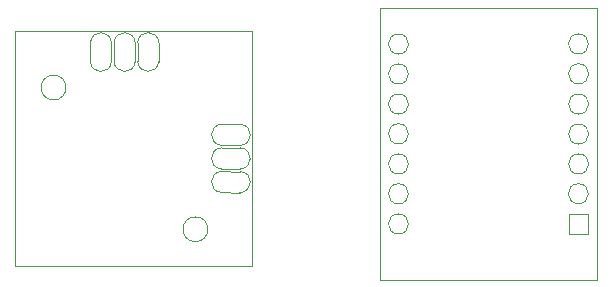
<source format=gbr>
%TF.GenerationSoftware,KiCad,Pcbnew,8.0.2-1*%
%TF.CreationDate,2024-05-23T15:55:47-04:00*%
%TF.ProjectId,humep1,68756d65-7031-42e6-9b69-6361645f7063,rev?*%
%TF.SameCoordinates,Original*%
%TF.FileFunction,Other,User*%
%FSLAX46Y46*%
G04 Gerber Fmt 4.6, Leading zero omitted, Abs format (unit mm)*
G04 Created by KiCad (PCBNEW 8.0.2-1) date 2024-05-23 15:55:47*
%MOMM*%
%LPD*%
G01*
G04 APERTURE LIST*
%ADD10C,0.100000*%
G04 APERTURE END LIST*
D10*
X37410000Y-55210000D02*
X57450000Y-55210000D01*
X57450000Y-75130000D01*
X37410000Y-75130000D01*
X37410000Y-55210000D01*
X68310000Y-53230000D02*
X86650000Y-53230000D01*
X86650000Y-76260000D01*
X68310000Y-76260000D01*
X68310000Y-53230000D01*
X85117533Y-68139780D02*
G75*
G02*
X85092533Y-68139412I-25014J-849972D01*
G01*
X85137533Y-65619780D02*
G75*
G02*
X85112533Y-65619412I-25014J-849972D01*
G01*
X85137533Y-63089780D02*
G75*
G02*
X85112533Y-63089412I-25014J-849972D01*
G01*
X85137533Y-60549780D02*
G75*
G02*
X85112533Y-60549412I-25014J-849972D01*
G01*
X85137533Y-57989780D02*
G75*
G02*
X85112533Y-57989412I-25014J-849972D01*
G01*
X85127533Y-55459780D02*
G75*
G02*
X85102533Y-55459412I-25014J-849972D01*
G01*
X69887533Y-70699780D02*
G75*
G02*
X69862533Y-70699412I-25014J-849972D01*
G01*
X69887533Y-68149780D02*
G75*
G02*
X69862533Y-68149412I-25014J-849972D01*
G01*
X69887533Y-65619780D02*
G75*
G02*
X69862533Y-65619412I-25014J-849972D01*
G01*
X69887533Y-63069780D02*
G75*
G02*
X69862533Y-63069412I-25014J-849972D01*
G01*
X69887533Y-60549780D02*
G75*
G02*
X69862533Y-60549412I-25014J-849972D01*
G01*
X69887533Y-57999780D02*
G75*
G02*
X69862533Y-57999412I-25014J-849972D01*
G01*
X69887531Y-55469780D02*
G75*
G02*
X69862531Y-55469412I-25014J-849972D01*
G01*
X85940000Y-70710000D02*
X85940000Y-72390000D01*
X84270000Y-70710000D02*
X85940000Y-70710000D01*
X85940000Y-72390000D02*
X84270000Y-72380000D01*
X84270000Y-72380000D02*
X84270000Y-70710000D01*
X54867945Y-68880255D02*
X56430000Y-68890000D01*
X54867945Y-68880255D02*
G75*
G02*
X54920246Y-67100532I52303J889093D01*
G01*
X54920246Y-67100532D02*
X56482301Y-67110277D01*
X56482301Y-67110277D02*
G75*
G02*
X56430000Y-68890000I-52269J-889094D01*
G01*
X54867945Y-66880255D02*
X56430000Y-66890000D01*
X54867945Y-66880255D02*
G75*
G02*
X54920246Y-65100532I52303J889093D01*
G01*
X54920246Y-65100532D02*
X56482301Y-65110277D01*
X56482301Y-65110277D02*
G75*
G02*
X56430000Y-66890000I-52269J-889094D01*
G01*
X54877945Y-64890255D02*
X56440000Y-64900000D01*
X56492301Y-63120277D02*
G75*
G02*
X56440000Y-64900000I-52269J-889094D01*
G01*
X54877945Y-64890255D02*
G75*
G02*
X54930246Y-63110532I52303J889093D01*
G01*
X54930246Y-63110532D02*
X56492301Y-63120277D01*
X43784746Y-56197943D02*
X43775001Y-57759998D01*
X45564469Y-56250244D02*
X45554724Y-57812299D01*
X43784746Y-56197943D02*
G75*
G02*
X45564469Y-56250244I889093J-52303D01*
G01*
X45554724Y-57812299D02*
G75*
G02*
X43775001Y-57759998I-889094J52269D01*
G01*
X45794746Y-56187943D02*
X45785001Y-57749998D01*
X47574469Y-56240244D02*
X47564724Y-57802299D01*
X45794746Y-56187943D02*
G75*
G02*
X47574469Y-56240244I889093J-52303D01*
G01*
X47564724Y-57802299D02*
G75*
G02*
X45785001Y-57749998I-889094J52269D01*
G01*
X47784746Y-56187943D02*
X47775001Y-57749998D01*
X47784746Y-56187943D02*
G75*
G02*
X49564469Y-56240244I889093J-52303D01*
G01*
X49564469Y-56240244D02*
X49554724Y-57802299D01*
X49554724Y-57802299D02*
G75*
G02*
X47775001Y-57749998I-889094J52269D01*
G01*
X40690000Y-58950000D02*
G75*
G02*
X40665001Y-58949702I-25023J-1050399D01*
G01*
X52697547Y-70948979D02*
G75*
G02*
X52672548Y-70948681I-25023J-1050399D01*
G01*
M02*

</source>
